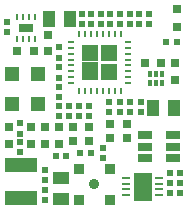
<source format=gtp>
%FSLAX25Y25*%
%MOIN*%
G70*
G01*
G75*
G04 Layer_Color=8421504*
%ADD10R,0.06496X0.09370*%
%ADD11R,0.02756X0.00984*%
%ADD12R,0.01969X0.01969*%
%ADD13R,0.03100X0.03100*%
%ADD14R,0.01969X0.01969*%
%ADD15R,0.03000X0.03000*%
%ADD16R,0.03000X0.03000*%
%ADD17C,0.03504*%
%ADD18R,0.03701X0.03701*%
%ADD19R,0.04449X0.05787*%
%ADD20R,0.05787X0.04449*%
%ADD21R,0.10709X0.05079*%
%ADD22R,0.12205X0.12205*%
%ADD23R,0.00984X0.02362*%
%ADD24R,0.02362X0.00984*%
%ADD25R,0.06299X0.03543*%
%ADD26R,0.01102X0.01969*%
%ADD27R,0.01181X0.01929*%
%ADD28R,0.01181X0.02047*%
%ADD29R,0.05118X0.02756*%
%ADD30R,0.04921X0.05118*%
%ADD31C,0.00800*%
%ADD32C,0.00600*%
%ADD33C,0.01000*%
%ADD34C,0.02500*%
%ADD35C,0.00500*%
%ADD36C,0.02000*%
%ADD37C,0.01200*%
%ADD38C,0.01969*%
%ADD39C,0.02200*%
%ADD40C,0.01400*%
%ADD41R,0.05000X0.10000*%
%ADD42O,0.01575X0.06299*%
%ADD43O,0.01575X0.07874*%
%ADD44O,0.01575X0.11024*%
%ADD45O,0.06299X0.01575*%
%ADD46O,0.07874X0.01575*%
%ADD47C,0.00394*%
%ADD48C,0.00984*%
%ADD49C,0.00787*%
%ADD50R,0.05512X0.05512*%
%ADD51R,0.05512X0.05906*%
%ADD52R,0.00984X0.01969*%
%ADD53R,0.05118X0.02756*%
%ADD54R,0.02756X0.00000*%
D10*
X47600Y7900D02*
D03*
D11*
X42088Y10853D02*
D03*
Y8884D02*
D03*
Y6916D02*
D03*
Y4947D02*
D03*
X53112Y10853D02*
D03*
Y8884D02*
D03*
Y6916D02*
D03*
Y4947D02*
D03*
D12*
X58972Y56000D02*
D03*
X55428D02*
D03*
X46869Y32831D02*
D03*
X43326D02*
D03*
X46869Y36031D02*
D03*
X43326D02*
D03*
X19626Y34731D02*
D03*
X23169D02*
D03*
X19626Y31531D02*
D03*
X23169D02*
D03*
X26226Y34731D02*
D03*
X29769D02*
D03*
X26226Y31531D02*
D03*
X29769D02*
D03*
X39869Y36031D02*
D03*
X36326D02*
D03*
X39869Y32831D02*
D03*
X36326D02*
D03*
X26828Y19200D02*
D03*
X30372D02*
D03*
X22169Y17931D02*
D03*
X18626D02*
D03*
X56528Y12300D02*
D03*
X60072D02*
D03*
X56528Y5900D02*
D03*
X60072D02*
D03*
X56528Y9100D02*
D03*
X60072D02*
D03*
D13*
X59000Y67050D02*
D03*
Y61150D02*
D03*
D14*
X46400Y61928D02*
D03*
Y65472D02*
D03*
X33600Y65472D02*
D03*
Y61928D02*
D03*
X36800Y65472D02*
D03*
Y61928D02*
D03*
X40000Y65472D02*
D03*
Y61928D02*
D03*
X43200Y65472D02*
D03*
Y61928D02*
D03*
X34500Y17328D02*
D03*
Y20872D02*
D03*
X6800Y22872D02*
D03*
Y19328D02*
D03*
X19600Y41172D02*
D03*
Y37628D02*
D03*
Y47772D02*
D03*
Y44228D02*
D03*
Y54372D02*
D03*
Y50828D02*
D03*
X27200Y65472D02*
D03*
Y61928D02*
D03*
X30400Y65472D02*
D03*
Y61928D02*
D03*
X2500Y62872D02*
D03*
Y59328D02*
D03*
X14900Y6872D02*
D03*
Y3328D02*
D03*
Y10028D02*
D03*
Y13572D02*
D03*
X49600Y65472D02*
D03*
Y61928D02*
D03*
X6800Y25428D02*
D03*
Y28972D02*
D03*
D15*
X19700Y22150D02*
D03*
Y27650D02*
D03*
X15100Y22150D02*
D03*
Y27650D02*
D03*
X15900Y52950D02*
D03*
Y58450D02*
D03*
X58500Y48950D02*
D03*
Y43450D02*
D03*
X3100Y27650D02*
D03*
Y22150D02*
D03*
X10500Y27650D02*
D03*
Y22150D02*
D03*
D16*
X24348Y27631D02*
D03*
X29848D02*
D03*
X42348Y28731D02*
D03*
X36848D02*
D03*
X5850Y53200D02*
D03*
X11350D02*
D03*
X53850Y49000D02*
D03*
X48350D02*
D03*
X24348Y22931D02*
D03*
X29848D02*
D03*
X42348Y24031D02*
D03*
X36848D02*
D03*
D17*
X31500Y8600D02*
D03*
D18*
X36697Y13797D02*
D03*
X26303D02*
D03*
Y3403D02*
D03*
X36697D02*
D03*
D19*
X23384Y63900D02*
D03*
X16416D02*
D03*
X51116Y34200D02*
D03*
X58084D02*
D03*
D20*
X20300Y3747D02*
D03*
Y10715D02*
D03*
D21*
X6900Y3968D02*
D03*
Y15032D02*
D03*
D23*
X26408Y58680D02*
D03*
X28376D02*
D03*
X30345D02*
D03*
X32313D02*
D03*
X34282D02*
D03*
X36250D02*
D03*
X38219D02*
D03*
X40187D02*
D03*
Y39782D02*
D03*
X38219D02*
D03*
X36250D02*
D03*
X34282D02*
D03*
X32313D02*
D03*
X30345D02*
D03*
X28376D02*
D03*
X26408D02*
D03*
D24*
X42746Y56121D02*
D03*
Y54152D02*
D03*
Y52184D02*
D03*
Y50215D02*
D03*
Y48247D02*
D03*
Y46278D02*
D03*
Y44310D02*
D03*
Y42341D02*
D03*
X23849D02*
D03*
Y44310D02*
D03*
Y46278D02*
D03*
Y48247D02*
D03*
Y50215D02*
D03*
Y52184D02*
D03*
Y54152D02*
D03*
Y56121D02*
D03*
D27*
X49931Y45316D02*
D03*
X51900D02*
D03*
X53869D02*
D03*
Y42284D02*
D03*
X51900D02*
D03*
D28*
X49931D02*
D03*
D29*
X57824Y17460D02*
D03*
Y21200D02*
D03*
Y24940D02*
D03*
X48376D02*
D03*
Y21200D02*
D03*
Y17460D02*
D03*
D30*
X3971Y45500D02*
D03*
X12829Y35500D02*
D03*
X3971D02*
D03*
X12829Y45500D02*
D03*
D50*
X30148Y52380D02*
D03*
X36447Y46081D02*
D03*
Y52380D02*
D03*
D51*
X30148Y46278D02*
D03*
D52*
X7816Y56960D02*
D03*
X5847D02*
D03*
X9784Y56960D02*
D03*
X11753D02*
D03*
Y64440D02*
D03*
X9784D02*
D03*
X7816Y64440D02*
D03*
X5847D02*
D03*
D53*
X8800Y60704D02*
D03*
D54*
X8800Y60700D02*
D03*
M02*

</source>
